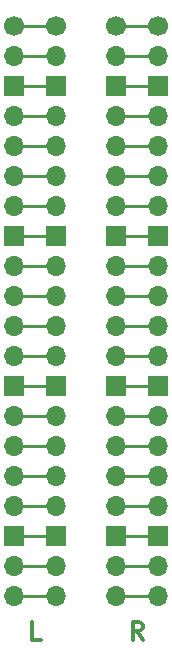
<source format=gbr>
%TF.GenerationSoftware,KiCad,Pcbnew,(6.0.5-0)*%
%TF.CreationDate,2023-05-20T21:44:27+09:00*%
%TF.ProjectId,pico-ski-board,7069636f-2d73-46b6-992d-626f6172642e,rev?*%
%TF.SameCoordinates,Original*%
%TF.FileFunction,Copper,L1,Top*%
%TF.FilePolarity,Positive*%
%FSLAX46Y46*%
G04 Gerber Fmt 4.6, Leading zero omitted, Abs format (unit mm)*
G04 Created by KiCad (PCBNEW (6.0.5-0)) date 2023-05-20 21:44:27*
%MOMM*%
%LPD*%
G01*
G04 APERTURE LIST*
%ADD10C,0.300000*%
%TA.AperFunction,NonConductor*%
%ADD11C,0.300000*%
%TD*%
%TA.AperFunction,ComponentPad*%
%ADD12C,1.700000*%
%TD*%
%TA.AperFunction,ComponentPad*%
%ADD13O,1.700000X1.700000*%
%TD*%
%TA.AperFunction,ComponentPad*%
%ADD14R,1.700000X1.700000*%
%TD*%
%TA.AperFunction,Conductor*%
%ADD15C,0.250000*%
%TD*%
G04 APERTURE END LIST*
D10*
D11*
X109176285Y-102532571D02*
X108462000Y-102532571D01*
X108462000Y-101032571D01*
D10*
D11*
X117812285Y-102532571D02*
X117312285Y-101818285D01*
X116955142Y-102532571D02*
X116955142Y-101032571D01*
X117526571Y-101032571D01*
X117669428Y-101104000D01*
X117740857Y-101175428D01*
X117812285Y-101318285D01*
X117812285Y-101532571D01*
X117740857Y-101675428D01*
X117669428Y-101746857D01*
X117526571Y-101818285D01*
X116955142Y-101818285D01*
D12*
%TO.P,J3,1,Pin_1*%
%TO.N,Net-(J3-Pad1)*%
X119126000Y-50546000D03*
D13*
%TO.P,J3,2,Pin_2*%
%TO.N,Net-(J3-Pad2)*%
X119126000Y-53086000D03*
D14*
%TO.P,J3,3,Pin_3*%
%TO.N,Net-(J3-Pad3)*%
X119126000Y-55626000D03*
D13*
%TO.P,J3,4,Pin_4*%
%TO.N,Net-(J3-Pad4)*%
X119126000Y-58166000D03*
%TO.P,J3,5,Pin_5*%
%TO.N,Net-(J3-Pad5)*%
X119126000Y-60706000D03*
%TO.P,J3,6,Pin_6*%
%TO.N,Net-(J3-Pad6)*%
X119126000Y-63246000D03*
%TO.P,J3,7,Pin_7*%
%TO.N,Net-(J3-Pad7)*%
X119126000Y-65786000D03*
D14*
%TO.P,J3,8,Pin_8*%
%TO.N,Net-(J3-Pad8)*%
X119126000Y-68326000D03*
D13*
%TO.P,J3,9,Pin_9*%
%TO.N,Net-(J3-Pad9)*%
X119126000Y-70866000D03*
%TO.P,J3,10,Pin_10*%
%TO.N,Net-(J3-Pad10)*%
X119126000Y-73406000D03*
%TO.P,J3,11,Pin_11*%
%TO.N,Net-(J3-Pad11)*%
X119126000Y-75946000D03*
%TO.P,J3,12,Pin_12*%
%TO.N,Net-(J3-Pad12)*%
X119126000Y-78486000D03*
D14*
%TO.P,J3,13,Pin_13*%
%TO.N,Net-(J3-Pad13)*%
X119126000Y-81026000D03*
D13*
%TO.P,J3,14,Pin_14*%
%TO.N,Net-(J3-Pad14)*%
X119126000Y-83566000D03*
%TO.P,J3,15,Pin_15*%
%TO.N,Net-(J3-Pad15)*%
X119126000Y-86106000D03*
%TO.P,J3,16,Pin_16*%
%TO.N,Net-(J3-Pad16)*%
X119126000Y-88646000D03*
%TO.P,J3,17,Pin_17*%
%TO.N,Net-(J3-Pad17)*%
X119126000Y-91186000D03*
D14*
%TO.P,J3,18,Pin_18*%
%TO.N,Net-(J3-Pad18)*%
X119126000Y-93726000D03*
D13*
%TO.P,J3,19,Pin_19*%
%TO.N,Net-(J3-Pad19)*%
X119126000Y-96266000D03*
%TO.P,J3,20,Pin_20*%
%TO.N,Net-(J3-Pad20)*%
X119126000Y-98806000D03*
%TD*%
D12*
%TO.P,J4,1,Pin_1*%
%TO.N,Net-(J3-Pad1)*%
X115570000Y-50546000D03*
D13*
%TO.P,J4,2,Pin_2*%
%TO.N,Net-(J3-Pad2)*%
X115570000Y-53086000D03*
D14*
%TO.P,J4,3,Pin_3*%
%TO.N,Net-(J3-Pad3)*%
X115570000Y-55626000D03*
D13*
%TO.P,J4,4,Pin_4*%
%TO.N,Net-(J3-Pad4)*%
X115570000Y-58166000D03*
%TO.P,J4,5,Pin_5*%
%TO.N,Net-(J3-Pad5)*%
X115570000Y-60706000D03*
%TO.P,J4,6,Pin_6*%
%TO.N,Net-(J3-Pad6)*%
X115570000Y-63246000D03*
%TO.P,J4,7,Pin_7*%
%TO.N,Net-(J3-Pad7)*%
X115570000Y-65786000D03*
D14*
%TO.P,J4,8,Pin_8*%
%TO.N,Net-(J3-Pad8)*%
X115570000Y-68326000D03*
D13*
%TO.P,J4,9,Pin_9*%
%TO.N,Net-(J3-Pad9)*%
X115570000Y-70866000D03*
%TO.P,J4,10,Pin_10*%
%TO.N,Net-(J3-Pad10)*%
X115570000Y-73406000D03*
%TO.P,J4,11,Pin_11*%
%TO.N,Net-(J3-Pad11)*%
X115570000Y-75946000D03*
%TO.P,J4,12,Pin_12*%
%TO.N,Net-(J3-Pad12)*%
X115570000Y-78486000D03*
D14*
%TO.P,J4,13,Pin_13*%
%TO.N,Net-(J3-Pad13)*%
X115570000Y-81026000D03*
D13*
%TO.P,J4,14,Pin_14*%
%TO.N,Net-(J3-Pad14)*%
X115570000Y-83566000D03*
%TO.P,J4,15,Pin_15*%
%TO.N,Net-(J3-Pad15)*%
X115570000Y-86106000D03*
%TO.P,J4,16,Pin_16*%
%TO.N,Net-(J3-Pad16)*%
X115570000Y-88646000D03*
%TO.P,J4,17,Pin_17*%
%TO.N,Net-(J3-Pad17)*%
X115570000Y-91186000D03*
D14*
%TO.P,J4,18,Pin_18*%
%TO.N,Net-(J3-Pad18)*%
X115570000Y-93726000D03*
D13*
%TO.P,J4,19,Pin_19*%
%TO.N,Net-(J3-Pad19)*%
X115570000Y-96266000D03*
%TO.P,J4,20,Pin_20*%
%TO.N,Net-(J3-Pad20)*%
X115570000Y-98806000D03*
%TD*%
D12*
%TO.P,J2,1,Pin_1*%
%TO.N,Net-(J1-Pad1)*%
X110490000Y-50546000D03*
D13*
%TO.P,J2,2,Pin_2*%
%TO.N,Net-(J1-Pad2)*%
X110490000Y-53086000D03*
D14*
%TO.P,J2,3,Pin_3*%
%TO.N,Net-(J1-Pad3)*%
X110490000Y-55626000D03*
D13*
%TO.P,J2,4,Pin_4*%
%TO.N,Net-(J1-Pad4)*%
X110490000Y-58166000D03*
%TO.P,J2,5,Pin_5*%
%TO.N,Net-(J1-Pad5)*%
X110490000Y-60706000D03*
%TO.P,J2,6,Pin_6*%
%TO.N,Net-(J1-Pad6)*%
X110490000Y-63246000D03*
%TO.P,J2,7,Pin_7*%
%TO.N,Net-(J1-Pad7)*%
X110490000Y-65786000D03*
D14*
%TO.P,J2,8,Pin_8*%
%TO.N,Net-(J1-Pad8)*%
X110490000Y-68326000D03*
D13*
%TO.P,J2,9,Pin_9*%
%TO.N,Net-(J1-Pad9)*%
X110490000Y-70866000D03*
%TO.P,J2,10,Pin_10*%
%TO.N,Net-(J1-Pad10)*%
X110490000Y-73406000D03*
%TO.P,J2,11,Pin_11*%
%TO.N,Net-(J1-Pad11)*%
X110490000Y-75946000D03*
%TO.P,J2,12,Pin_12*%
%TO.N,Net-(J1-Pad12)*%
X110490000Y-78486000D03*
D14*
%TO.P,J2,13,Pin_13*%
%TO.N,Net-(J1-Pad13)*%
X110490000Y-81026000D03*
D13*
%TO.P,J2,14,Pin_14*%
%TO.N,Net-(J1-Pad14)*%
X110490000Y-83566000D03*
%TO.P,J2,15,Pin_15*%
%TO.N,Net-(J1-Pad15)*%
X110490000Y-86106000D03*
%TO.P,J2,16,Pin_16*%
%TO.N,Net-(J1-Pad16)*%
X110490000Y-88646000D03*
%TO.P,J2,17,Pin_17*%
%TO.N,Net-(J1-Pad17)*%
X110490000Y-91186000D03*
D14*
%TO.P,J2,18,Pin_18*%
%TO.N,Net-(J1-Pad18)*%
X110490000Y-93726000D03*
D13*
%TO.P,J2,19,Pin_19*%
%TO.N,Net-(J1-Pad19)*%
X110490000Y-96266000D03*
%TO.P,J2,20,Pin_20*%
%TO.N,Net-(J1-Pad20)*%
X110490000Y-98806000D03*
%TD*%
D12*
%TO.P,J1,1,Pin_1*%
%TO.N,Net-(J1-Pad1)*%
X106934000Y-50546000D03*
D13*
%TO.P,J1,2,Pin_2*%
%TO.N,Net-(J1-Pad2)*%
X106934000Y-53086000D03*
D14*
%TO.P,J1,3,Pin_3*%
%TO.N,Net-(J1-Pad3)*%
X106934000Y-55626000D03*
D13*
%TO.P,J1,4,Pin_4*%
%TO.N,Net-(J1-Pad4)*%
X106934000Y-58166000D03*
%TO.P,J1,5,Pin_5*%
%TO.N,Net-(J1-Pad5)*%
X106934000Y-60706000D03*
%TO.P,J1,6,Pin_6*%
%TO.N,Net-(J1-Pad6)*%
X106934000Y-63246000D03*
%TO.P,J1,7,Pin_7*%
%TO.N,Net-(J1-Pad7)*%
X106934000Y-65786000D03*
D14*
%TO.P,J1,8,Pin_8*%
%TO.N,Net-(J1-Pad8)*%
X106934000Y-68326000D03*
D13*
%TO.P,J1,9,Pin_9*%
%TO.N,Net-(J1-Pad9)*%
X106934000Y-70866000D03*
%TO.P,J1,10,Pin_10*%
%TO.N,Net-(J1-Pad10)*%
X106934000Y-73406000D03*
%TO.P,J1,11,Pin_11*%
%TO.N,Net-(J1-Pad11)*%
X106934000Y-75946000D03*
%TO.P,J1,12,Pin_12*%
%TO.N,Net-(J1-Pad12)*%
X106934000Y-78486000D03*
D14*
%TO.P,J1,13,Pin_13*%
%TO.N,Net-(J1-Pad13)*%
X106934000Y-81026000D03*
D13*
%TO.P,J1,14,Pin_14*%
%TO.N,Net-(J1-Pad14)*%
X106934000Y-83566000D03*
%TO.P,J1,15,Pin_15*%
%TO.N,Net-(J1-Pad15)*%
X106934000Y-86106000D03*
%TO.P,J1,16,Pin_16*%
%TO.N,Net-(J1-Pad16)*%
X106934000Y-88646000D03*
%TO.P,J1,17,Pin_17*%
%TO.N,Net-(J1-Pad17)*%
X106934000Y-91186000D03*
D14*
%TO.P,J1,18,Pin_18*%
%TO.N,Net-(J1-Pad18)*%
X106934000Y-93726000D03*
D13*
%TO.P,J1,19,Pin_19*%
%TO.N,Net-(J1-Pad19)*%
X106934000Y-96266000D03*
%TO.P,J1,20,Pin_20*%
%TO.N,Net-(J1-Pad20)*%
X106934000Y-98806000D03*
%TD*%
D15*
%TO.N,Net-(J1-Pad1)*%
X106934000Y-50546000D02*
X110490000Y-50546000D01*
%TO.N,Net-(J1-Pad2)*%
X110490000Y-53086000D02*
X106934000Y-53086000D01*
%TO.N,Net-(J1-Pad3)*%
X106934000Y-55626000D02*
X110490000Y-55626000D01*
%TO.N,Net-(J1-Pad4)*%
X110490000Y-58166000D02*
X106934000Y-58166000D01*
%TO.N,Net-(J1-Pad5)*%
X110490000Y-60706000D02*
X106934000Y-60706000D01*
%TO.N,Net-(J1-Pad6)*%
X110490000Y-63246000D02*
X106934000Y-63246000D01*
%TO.N,Net-(J1-Pad7)*%
X106934000Y-65786000D02*
X110490000Y-65786000D01*
%TO.N,Net-(J1-Pad8)*%
X106934000Y-68326000D02*
X110490000Y-68326000D01*
%TO.N,Net-(J1-Pad9)*%
X110490000Y-70866000D02*
X106934000Y-70866000D01*
%TO.N,Net-(J1-Pad10)*%
X106934000Y-73406000D02*
X110490000Y-73406000D01*
%TO.N,Net-(J1-Pad11)*%
X110490000Y-75946000D02*
X106934000Y-75946000D01*
%TO.N,Net-(J1-Pad12)*%
X106934000Y-78486000D02*
X110490000Y-78486000D01*
%TO.N,Net-(J1-Pad13)*%
X110490000Y-81026000D02*
X106934000Y-81026000D01*
%TO.N,Net-(J1-Pad14)*%
X106934000Y-83566000D02*
X110490000Y-83566000D01*
%TO.N,Net-(J1-Pad15)*%
X110490000Y-86106000D02*
X106934000Y-86106000D01*
%TO.N,Net-(J1-Pad16)*%
X106934000Y-88646000D02*
X110490000Y-88646000D01*
%TO.N,Net-(J1-Pad17)*%
X110490000Y-91186000D02*
X106934000Y-91186000D01*
%TO.N,Net-(J1-Pad18)*%
X106934000Y-93726000D02*
X110490000Y-93726000D01*
%TO.N,Net-(J1-Pad19)*%
X110490000Y-96266000D02*
X106934000Y-96266000D01*
%TO.N,Net-(J1-Pad20)*%
X106934000Y-98806000D02*
X110490000Y-98806000D01*
%TO.N,Net-(J3-Pad1)*%
X119126000Y-50546000D02*
X115570000Y-50546000D01*
%TO.N,Net-(J3-Pad2)*%
X115570000Y-53086000D02*
X119126000Y-53086000D01*
%TO.N,Net-(J3-Pad3)*%
X119126000Y-55626000D02*
X115570000Y-55626000D01*
%TO.N,Net-(J3-Pad4)*%
X115570000Y-58166000D02*
X119126000Y-58166000D01*
%TO.N,Net-(J3-Pad5)*%
X119126000Y-60706000D02*
X115570000Y-60706000D01*
%TO.N,Net-(J3-Pad6)*%
X115570000Y-63246000D02*
X119126000Y-63246000D01*
%TO.N,Net-(J3-Pad7)*%
X115570000Y-65786000D02*
X119126000Y-65786000D01*
%TO.N,Net-(J3-Pad8)*%
X119126000Y-68326000D02*
X115570000Y-68326000D01*
%TO.N,Net-(J3-Pad9)*%
X115570000Y-70866000D02*
X119126000Y-70866000D01*
%TO.N,Net-(J3-Pad10)*%
X115570000Y-73406000D02*
X119126000Y-73406000D01*
%TO.N,Net-(J3-Pad11)*%
X119126000Y-75946000D02*
X115570000Y-75946000D01*
%TO.N,Net-(J3-Pad12)*%
X115570000Y-78486000D02*
X119126000Y-78486000D01*
%TO.N,Net-(J3-Pad13)*%
X119126000Y-81026000D02*
X115570000Y-81026000D01*
%TO.N,Net-(J3-Pad14)*%
X115570000Y-83566000D02*
X119126000Y-83566000D01*
%TO.N,Net-(J3-Pad15)*%
X119126000Y-86106000D02*
X115570000Y-86106000D01*
%TO.N,Net-(J3-Pad16)*%
X115570000Y-88646000D02*
X119126000Y-88646000D01*
%TO.N,Net-(J3-Pad17)*%
X119126000Y-91186000D02*
X115570000Y-91186000D01*
%TO.N,Net-(J3-Pad18)*%
X115570000Y-93726000D02*
X119126000Y-93726000D01*
%TO.N,Net-(J3-Pad19)*%
X119126000Y-96266000D02*
X115570000Y-96266000D01*
%TO.N,Net-(J3-Pad20)*%
X115570000Y-98806000D02*
X119126000Y-98806000D01*
%TD*%
M02*

</source>
